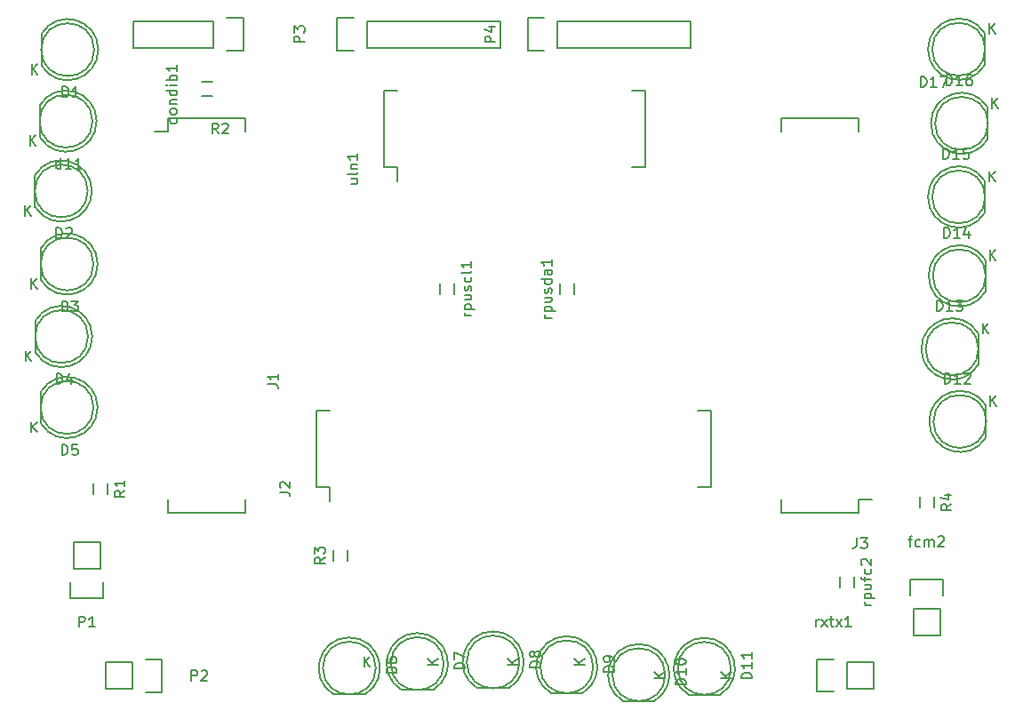
<source format=gto>
G04 #@! TF.FileFunction,Legend,Top*
%FSLAX46Y46*%
G04 Gerber Fmt 4.6, Leading zero omitted, Abs format (unit mm)*
G04 Created by KiCad (PCBNEW 4.0.2-stable) date 2016-07-18 1:59:09 PM*
%MOMM*%
G01*
G04 APERTURE LIST*
%ADD10C,0.050000*%
%ADD11C,0.150000*%
G04 APERTURE END LIST*
D10*
D11*
X112397381Y-32895000D02*
X104777381Y-32895000D01*
X112397381Y-35435000D02*
X104777381Y-35435000D01*
X115217381Y-35715000D02*
X113667381Y-35715000D01*
X104777381Y-32895000D02*
X104777381Y-35435000D01*
X112397381Y-35435000D02*
X112397381Y-32895000D01*
X113667381Y-32615000D02*
X115217381Y-32615000D01*
X115217381Y-32615000D02*
X115217381Y-35715000D01*
X96018112Y-37154905D02*
G75*
G03X96003000Y-34130001I2484888J1524904D01*
G01*
X96003000Y-37130001D02*
X96003000Y-34130001D01*
X101020936Y-35630001D02*
G75*
G03X101020936Y-35630001I-2517936J0D01*
G01*
X95408112Y-50614905D02*
G75*
G03X95393000Y-47590001I2484888J1524904D01*
G01*
X95393000Y-50590001D02*
X95393000Y-47590001D01*
X100410936Y-49090001D02*
G75*
G03X100410936Y-49090001I-2517936J0D01*
G01*
X95958112Y-57574905D02*
G75*
G03X95943000Y-54550001I2484888J1524904D01*
G01*
X95943000Y-57550001D02*
X95943000Y-54550001D01*
X100960936Y-56050001D02*
G75*
G03X100960936Y-56050001I-2517936J0D01*
G01*
X95438112Y-64484905D02*
G75*
G03X95423000Y-61460001I2484888J1524904D01*
G01*
X95423000Y-64460001D02*
X95423000Y-61460001D01*
X100440936Y-62960001D02*
G75*
G03X100440936Y-62960001I-2517936J0D01*
G01*
X95958112Y-71244905D02*
G75*
G03X95943000Y-68220001I2484888J1524904D01*
G01*
X95943000Y-71220001D02*
X95943000Y-68220001D01*
X100960936Y-69720001D02*
G75*
G03X100960936Y-69720001I-2517936J0D01*
G01*
X126859905Y-97026888D02*
G75*
G03X123835001Y-97042000I-1524904J2484888D01*
G01*
X126835001Y-97042000D02*
X123835001Y-97042000D01*
X127852937Y-94542000D02*
G75*
G03X127852937Y-94542000I-2517936J0D01*
G01*
X133339905Y-96606888D02*
G75*
G03X130315001Y-96622000I-1524904J2484888D01*
G01*
X133315001Y-96622000D02*
X130315001Y-96622000D01*
X134332937Y-94122000D02*
G75*
G03X134332937Y-94122000I-2517936J0D01*
G01*
X140559905Y-96446888D02*
G75*
G03X137535001Y-96462000I-1524904J2484888D01*
G01*
X140535001Y-96462000D02*
X137535001Y-96462000D01*
X141552937Y-93962000D02*
G75*
G03X141552937Y-93962000I-2517936J0D01*
G01*
X147569905Y-96906888D02*
G75*
G03X144545001Y-96922000I-1524904J2484888D01*
G01*
X147545001Y-96922000D02*
X144545001Y-96922000D01*
X148562937Y-94422000D02*
G75*
G03X148562937Y-94422000I-2517936J0D01*
G01*
X154429905Y-97656888D02*
G75*
G03X151405001Y-97672000I-1524904J2484888D01*
G01*
X154405001Y-97672000D02*
X151405001Y-97672000D01*
X155422937Y-95172000D02*
G75*
G03X155422937Y-95172000I-2517936J0D01*
G01*
X160679905Y-97056888D02*
G75*
G03X157655001Y-97072000I-1524904J2484888D01*
G01*
X160655001Y-97072000D02*
X157655001Y-97072000D01*
X161672937Y-94572000D02*
G75*
G03X161672937Y-94572000I-2517936J0D01*
G01*
X95858112Y-43964905D02*
G75*
G03X95843000Y-40940001I2484888J1524904D01*
G01*
X95843000Y-43940001D02*
X95843000Y-40940001D01*
X100860936Y-42440001D02*
G75*
G03X100860936Y-42440001I-2517936J0D01*
G01*
X185981888Y-69525095D02*
G75*
G03X185997000Y-72549999I-2484888J-1524904D01*
G01*
X185997000Y-69549999D02*
X185997000Y-72549999D01*
X186014936Y-71049999D02*
G75*
G03X186014936Y-71049999I-2517936J0D01*
G01*
X185231888Y-62615095D02*
G75*
G03X185247000Y-65639999I-2484888J-1524904D01*
G01*
X185247000Y-62639999D02*
X185247000Y-65639999D01*
X185264936Y-64139999D02*
G75*
G03X185264936Y-64139999I-2517936J0D01*
G01*
X185921888Y-55655095D02*
G75*
G03X185937000Y-58679999I-2484888J-1524904D01*
G01*
X185937000Y-55679999D02*
X185937000Y-58679999D01*
X185954936Y-57179999D02*
G75*
G03X185954936Y-57179999I-2517936J0D01*
G01*
X185861888Y-48135095D02*
G75*
G03X185877000Y-51159999I-2484888J-1524904D01*
G01*
X185877000Y-48159999D02*
X185877000Y-51159999D01*
X185894936Y-49659999D02*
G75*
G03X185894936Y-49659999I-2517936J0D01*
G01*
X186141888Y-41125095D02*
G75*
G03X186157000Y-44149999I-2484888J-1524904D01*
G01*
X186157000Y-41149999D02*
X186157000Y-44149999D01*
X186174936Y-42649999D02*
G75*
G03X186174936Y-42649999I-2517936J0D01*
G01*
X185861888Y-34065095D02*
G75*
G03X185877000Y-37089999I-2484888J-1524904D01*
G01*
X185877000Y-34089999D02*
X185877000Y-37089999D01*
X185894936Y-35589999D02*
G75*
G03X185894936Y-35589999I-2517936J0D01*
G01*
X181610000Y-88900000D02*
X181610000Y-91440000D01*
X181890000Y-86080000D02*
X181890000Y-87630000D01*
X181610000Y-88900000D02*
X179070000Y-88900000D01*
X178790000Y-87630000D02*
X178790000Y-86080000D01*
X178790000Y-86080000D02*
X181890000Y-86080000D01*
X179070000Y-88900000D02*
X179070000Y-91440000D01*
X179070000Y-91440000D02*
X181610000Y-91440000D01*
X108085000Y-42155000D02*
X108085000Y-43425000D01*
X115435000Y-42155000D02*
X115435000Y-43425000D01*
X115435000Y-79765000D02*
X115435000Y-78495000D01*
X108085000Y-79765000D02*
X108085000Y-78495000D01*
X108085000Y-42155000D02*
X115435000Y-42155000D01*
X108085000Y-79765000D02*
X115435000Y-79765000D01*
X108085000Y-43425000D02*
X106800000Y-43425000D01*
X122165000Y-77335000D02*
X123435000Y-77335000D01*
X122165000Y-69985000D02*
X123435000Y-69985000D01*
X159775000Y-69985000D02*
X158505000Y-69985000D01*
X159775000Y-77335000D02*
X158505000Y-77335000D01*
X122165000Y-77335000D02*
X122165000Y-69985000D01*
X159775000Y-77335000D02*
X159775000Y-69985000D01*
X123435000Y-77335000D02*
X123435000Y-78620000D01*
X173855000Y-79765000D02*
X173855000Y-78495000D01*
X166505000Y-79765000D02*
X166505000Y-78495000D01*
X166505000Y-42155000D02*
X166505000Y-43425000D01*
X173855000Y-42155000D02*
X173855000Y-43425000D01*
X173855000Y-79765000D02*
X166505000Y-79765000D01*
X173855000Y-42155000D02*
X166505000Y-42155000D01*
X173855000Y-78495000D02*
X175140000Y-78495000D01*
X99060000Y-85090000D02*
X99060000Y-82550000D01*
X98780000Y-87910000D02*
X98780000Y-86360000D01*
X99060000Y-85090000D02*
X101600000Y-85090000D01*
X101880000Y-86360000D02*
X101880000Y-87910000D01*
X101880000Y-87910000D02*
X98780000Y-87910000D01*
X101600000Y-85090000D02*
X101600000Y-82550000D01*
X101600000Y-82550000D02*
X99060000Y-82550000D01*
X104668333Y-96555000D02*
X102128333Y-96555000D01*
X107488333Y-96835000D02*
X105938333Y-96835000D01*
X104668333Y-96555000D02*
X104668333Y-94015000D01*
X105938333Y-93735000D02*
X107488333Y-93735000D01*
X107488333Y-93735000D02*
X107488333Y-96835000D01*
X104668333Y-94015000D02*
X102128333Y-94015000D01*
X102128333Y-94015000D02*
X102128333Y-96555000D01*
X126988333Y-32895000D02*
X139688333Y-32895000D01*
X139688333Y-32895000D02*
X139688333Y-35435000D01*
X139688333Y-35435000D02*
X126988333Y-35435000D01*
X124168333Y-32615000D02*
X125718333Y-32615000D01*
X126988333Y-32895000D02*
X126988333Y-35435000D01*
X125718333Y-35715000D02*
X124168333Y-35715000D01*
X124168333Y-35715000D02*
X124168333Y-32615000D01*
X145168333Y-32895000D02*
X157868333Y-32895000D01*
X157868333Y-32895000D02*
X157868333Y-35435000D01*
X157868333Y-35435000D02*
X145168333Y-35435000D01*
X142348333Y-32615000D02*
X143898333Y-32615000D01*
X145168333Y-32895000D02*
X145168333Y-35435000D01*
X143898333Y-35715000D02*
X142348333Y-35715000D01*
X142348333Y-35715000D02*
X142348333Y-32615000D01*
X100925000Y-77970000D02*
X100925000Y-76970000D01*
X102275000Y-76970000D02*
X102275000Y-77970000D01*
X111260000Y-38695000D02*
X112260000Y-38695000D01*
X112260000Y-40045000D02*
X111260000Y-40045000D01*
X125135000Y-83320000D02*
X125135000Y-84320000D01*
X123785000Y-84320000D02*
X123785000Y-83320000D01*
X179665000Y-79240000D02*
X179665000Y-78240000D01*
X181015000Y-78240000D02*
X181015000Y-79240000D01*
X172045000Y-86860000D02*
X172045000Y-85860000D01*
X173395000Y-85860000D02*
X173395000Y-86860000D01*
X133945000Y-58920000D02*
X133945000Y-57920000D01*
X135295000Y-57920000D02*
X135295000Y-58920000D01*
X146725000Y-57920000D02*
X146725000Y-58920000D01*
X145375000Y-58920000D02*
X145375000Y-57920000D01*
X169900000Y-96800000D02*
X171450000Y-96800000D01*
X175260000Y-96520000D02*
X172720000Y-96520000D01*
X172720000Y-96520000D02*
X172720000Y-93980000D01*
X171450000Y-93700000D02*
X169900000Y-93700000D01*
X169900000Y-93700000D02*
X169900000Y-96800000D01*
X172720000Y-93980000D02*
X175260000Y-93980000D01*
X175260000Y-93980000D02*
X175260000Y-96520000D01*
X128602857Y-46850000D02*
X129872857Y-46850000D01*
X128602857Y-39500000D02*
X129872857Y-39500000D01*
X153512857Y-39500000D02*
X152242857Y-39500000D01*
X153512857Y-46850000D02*
X152242857Y-46850000D01*
X128602857Y-46850000D02*
X128602857Y-39500000D01*
X153512857Y-46850000D02*
X153512857Y-39500000D01*
X129872857Y-46850000D02*
X129872857Y-48135000D01*
X108867143Y-42163333D02*
X108914762Y-42258571D01*
X108914762Y-42449048D01*
X108867143Y-42544286D01*
X108819524Y-42591905D01*
X108724286Y-42639524D01*
X108438571Y-42639524D01*
X108343333Y-42591905D01*
X108295714Y-42544286D01*
X108248095Y-42449048D01*
X108248095Y-42258571D01*
X108295714Y-42163333D01*
X108914762Y-41591905D02*
X108867143Y-41687143D01*
X108819524Y-41734762D01*
X108724286Y-41782381D01*
X108438571Y-41782381D01*
X108343333Y-41734762D01*
X108295714Y-41687143D01*
X108248095Y-41591905D01*
X108248095Y-41449047D01*
X108295714Y-41353809D01*
X108343333Y-41306190D01*
X108438571Y-41258571D01*
X108724286Y-41258571D01*
X108819524Y-41306190D01*
X108867143Y-41353809D01*
X108914762Y-41449047D01*
X108914762Y-41591905D01*
X108248095Y-40830000D02*
X108914762Y-40830000D01*
X108343333Y-40830000D02*
X108295714Y-40782381D01*
X108248095Y-40687143D01*
X108248095Y-40544285D01*
X108295714Y-40449047D01*
X108390952Y-40401428D01*
X108914762Y-40401428D01*
X108914762Y-39496666D02*
X107914762Y-39496666D01*
X108867143Y-39496666D02*
X108914762Y-39591904D01*
X108914762Y-39782381D01*
X108867143Y-39877619D01*
X108819524Y-39925238D01*
X108724286Y-39972857D01*
X108438571Y-39972857D01*
X108343333Y-39925238D01*
X108295714Y-39877619D01*
X108248095Y-39782381D01*
X108248095Y-39591904D01*
X108295714Y-39496666D01*
X108914762Y-39020476D02*
X108248095Y-39020476D01*
X107914762Y-39020476D02*
X107962381Y-39068095D01*
X108010000Y-39020476D01*
X107962381Y-38972857D01*
X107914762Y-39020476D01*
X108010000Y-39020476D01*
X108914762Y-38544286D02*
X107914762Y-38544286D01*
X108295714Y-38544286D02*
X108248095Y-38449048D01*
X108248095Y-38258571D01*
X108295714Y-38163333D01*
X108343333Y-38115714D01*
X108438571Y-38068095D01*
X108724286Y-38068095D01*
X108819524Y-38115714D01*
X108867143Y-38163333D01*
X108914762Y-38258571D01*
X108914762Y-38449048D01*
X108867143Y-38544286D01*
X108914762Y-37115714D02*
X108914762Y-37687143D01*
X108914762Y-37401429D02*
X107914762Y-37401429D01*
X108057619Y-37496667D01*
X108152857Y-37591905D01*
X108200476Y-37687143D01*
X98018905Y-40146382D02*
X98018905Y-39146382D01*
X98257000Y-39146382D01*
X98399858Y-39194001D01*
X98495096Y-39289239D01*
X98542715Y-39384477D01*
X98590334Y-39574953D01*
X98590334Y-39717811D01*
X98542715Y-39908287D01*
X98495096Y-40003525D01*
X98399858Y-40098763D01*
X98257000Y-40146382D01*
X98018905Y-40146382D01*
X99542715Y-40146382D02*
X98971286Y-40146382D01*
X99257000Y-40146382D02*
X99257000Y-39146382D01*
X99161762Y-39289239D01*
X99066524Y-39384477D01*
X98971286Y-39432096D01*
X95066095Y-37987382D02*
X95066095Y-36987382D01*
X95637524Y-37987382D02*
X95208952Y-37415953D01*
X95637524Y-36987382D02*
X95066095Y-37558811D01*
X97408905Y-53606382D02*
X97408905Y-52606382D01*
X97647000Y-52606382D01*
X97789858Y-52654001D01*
X97885096Y-52749239D01*
X97932715Y-52844477D01*
X97980334Y-53034953D01*
X97980334Y-53177811D01*
X97932715Y-53368287D01*
X97885096Y-53463525D01*
X97789858Y-53558763D01*
X97647000Y-53606382D01*
X97408905Y-53606382D01*
X98361286Y-52701620D02*
X98408905Y-52654001D01*
X98504143Y-52606382D01*
X98742239Y-52606382D01*
X98837477Y-52654001D01*
X98885096Y-52701620D01*
X98932715Y-52796858D01*
X98932715Y-52892096D01*
X98885096Y-53034953D01*
X98313667Y-53606382D01*
X98932715Y-53606382D01*
X94456095Y-51447382D02*
X94456095Y-50447382D01*
X95027524Y-51447382D02*
X94598952Y-50875953D01*
X95027524Y-50447382D02*
X94456095Y-51018811D01*
X97958905Y-60566382D02*
X97958905Y-59566382D01*
X98197000Y-59566382D01*
X98339858Y-59614001D01*
X98435096Y-59709239D01*
X98482715Y-59804477D01*
X98530334Y-59994953D01*
X98530334Y-60137811D01*
X98482715Y-60328287D01*
X98435096Y-60423525D01*
X98339858Y-60518763D01*
X98197000Y-60566382D01*
X97958905Y-60566382D01*
X98863667Y-59566382D02*
X99482715Y-59566382D01*
X99149381Y-59947334D01*
X99292239Y-59947334D01*
X99387477Y-59994953D01*
X99435096Y-60042572D01*
X99482715Y-60137811D01*
X99482715Y-60375906D01*
X99435096Y-60471144D01*
X99387477Y-60518763D01*
X99292239Y-60566382D01*
X99006524Y-60566382D01*
X98911286Y-60518763D01*
X98863667Y-60471144D01*
X95006095Y-58407382D02*
X95006095Y-57407382D01*
X95577524Y-58407382D02*
X95148952Y-57835953D01*
X95577524Y-57407382D02*
X95006095Y-57978811D01*
X97438905Y-67476382D02*
X97438905Y-66476382D01*
X97677000Y-66476382D01*
X97819858Y-66524001D01*
X97915096Y-66619239D01*
X97962715Y-66714477D01*
X98010334Y-66904953D01*
X98010334Y-67047811D01*
X97962715Y-67238287D01*
X97915096Y-67333525D01*
X97819858Y-67428763D01*
X97677000Y-67476382D01*
X97438905Y-67476382D01*
X98867477Y-66809715D02*
X98867477Y-67476382D01*
X98629381Y-66428763D02*
X98391286Y-67143049D01*
X99010334Y-67143049D01*
X94486095Y-65317382D02*
X94486095Y-64317382D01*
X95057524Y-65317382D02*
X94628952Y-64745953D01*
X95057524Y-64317382D02*
X94486095Y-64888811D01*
X97958905Y-74236382D02*
X97958905Y-73236382D01*
X98197000Y-73236382D01*
X98339858Y-73284001D01*
X98435096Y-73379239D01*
X98482715Y-73474477D01*
X98530334Y-73664953D01*
X98530334Y-73807811D01*
X98482715Y-73998287D01*
X98435096Y-74093525D01*
X98339858Y-74188763D01*
X98197000Y-74236382D01*
X97958905Y-74236382D01*
X99435096Y-73236382D02*
X98958905Y-73236382D01*
X98911286Y-73712572D01*
X98958905Y-73664953D01*
X99054143Y-73617334D01*
X99292239Y-73617334D01*
X99387477Y-73664953D01*
X99435096Y-73712572D01*
X99482715Y-73807811D01*
X99482715Y-74045906D01*
X99435096Y-74141144D01*
X99387477Y-74188763D01*
X99292239Y-74236382D01*
X99054143Y-74236382D01*
X98958905Y-74188763D01*
X98911286Y-74141144D01*
X95006095Y-72077382D02*
X95006095Y-71077382D01*
X95577524Y-72077382D02*
X95148952Y-71505953D01*
X95577524Y-71077382D02*
X95006095Y-71648811D01*
X129851382Y-95026095D02*
X128851382Y-95026095D01*
X128851382Y-94788000D01*
X128899001Y-94645142D01*
X128994239Y-94549904D01*
X129089477Y-94502285D01*
X129279953Y-94454666D01*
X129422811Y-94454666D01*
X129613287Y-94502285D01*
X129708525Y-94549904D01*
X129803763Y-94645142D01*
X129851382Y-94788000D01*
X129851382Y-95026095D01*
X128851382Y-93597523D02*
X128851382Y-93788000D01*
X128899001Y-93883238D01*
X128946620Y-93930857D01*
X129089477Y-94026095D01*
X129279953Y-94073714D01*
X129660906Y-94073714D01*
X129756144Y-94026095D01*
X129803763Y-93978476D01*
X129851382Y-93883238D01*
X129851382Y-93692761D01*
X129803763Y-93597523D01*
X129756144Y-93549904D01*
X129660906Y-93502285D01*
X129422811Y-93502285D01*
X129327572Y-93549904D01*
X129279953Y-93597523D01*
X129232334Y-93692761D01*
X129232334Y-93883238D01*
X129279953Y-93978476D01*
X129327572Y-94026095D01*
X129422811Y-94073714D01*
X126738095Y-94432381D02*
X126738095Y-93432381D01*
X127309524Y-94432381D02*
X126880952Y-93860952D01*
X127309524Y-93432381D02*
X126738095Y-94003810D01*
X136331382Y-94606095D02*
X135331382Y-94606095D01*
X135331382Y-94368000D01*
X135379001Y-94225142D01*
X135474239Y-94129904D01*
X135569477Y-94082285D01*
X135759953Y-94034666D01*
X135902811Y-94034666D01*
X136093287Y-94082285D01*
X136188525Y-94129904D01*
X136283763Y-94225142D01*
X136331382Y-94368000D01*
X136331382Y-94606095D01*
X135331382Y-93701333D02*
X135331382Y-93034666D01*
X136331382Y-93463238D01*
X133802381Y-94241905D02*
X132802381Y-94241905D01*
X133802381Y-93670476D02*
X133230952Y-94099048D01*
X132802381Y-93670476D02*
X133373810Y-94241905D01*
X143551382Y-94446095D02*
X142551382Y-94446095D01*
X142551382Y-94208000D01*
X142599001Y-94065142D01*
X142694239Y-93969904D01*
X142789477Y-93922285D01*
X142979953Y-93874666D01*
X143122811Y-93874666D01*
X143313287Y-93922285D01*
X143408525Y-93969904D01*
X143503763Y-94065142D01*
X143551382Y-94208000D01*
X143551382Y-94446095D01*
X142979953Y-93303238D02*
X142932334Y-93398476D01*
X142884715Y-93446095D01*
X142789477Y-93493714D01*
X142741858Y-93493714D01*
X142646620Y-93446095D01*
X142599001Y-93398476D01*
X142551382Y-93303238D01*
X142551382Y-93112761D01*
X142599001Y-93017523D01*
X142646620Y-92969904D01*
X142741858Y-92922285D01*
X142789477Y-92922285D01*
X142884715Y-92969904D01*
X142932334Y-93017523D01*
X142979953Y-93112761D01*
X142979953Y-93303238D01*
X143027572Y-93398476D01*
X143075191Y-93446095D01*
X143170430Y-93493714D01*
X143360906Y-93493714D01*
X143456144Y-93446095D01*
X143503763Y-93398476D01*
X143551382Y-93303238D01*
X143551382Y-93112761D01*
X143503763Y-93017523D01*
X143456144Y-92969904D01*
X143360906Y-92922285D01*
X143170430Y-92922285D01*
X143075191Y-92969904D01*
X143027572Y-93017523D01*
X142979953Y-93112761D01*
X141422381Y-94241905D02*
X140422381Y-94241905D01*
X141422381Y-93670476D02*
X140850952Y-94099048D01*
X140422381Y-93670476D02*
X140993810Y-94241905D01*
X150561382Y-94906095D02*
X149561382Y-94906095D01*
X149561382Y-94668000D01*
X149609001Y-94525142D01*
X149704239Y-94429904D01*
X149799477Y-94382285D01*
X149989953Y-94334666D01*
X150132811Y-94334666D01*
X150323287Y-94382285D01*
X150418525Y-94429904D01*
X150513763Y-94525142D01*
X150561382Y-94668000D01*
X150561382Y-94906095D01*
X150561382Y-93858476D02*
X150561382Y-93668000D01*
X150513763Y-93572761D01*
X150466144Y-93525142D01*
X150323287Y-93429904D01*
X150132811Y-93382285D01*
X149751858Y-93382285D01*
X149656620Y-93429904D01*
X149609001Y-93477523D01*
X149561382Y-93572761D01*
X149561382Y-93763238D01*
X149609001Y-93858476D01*
X149656620Y-93906095D01*
X149751858Y-93953714D01*
X149989953Y-93953714D01*
X150085191Y-93906095D01*
X150132811Y-93858476D01*
X150180430Y-93763238D01*
X150180430Y-93572761D01*
X150132811Y-93477523D01*
X150085191Y-93429904D01*
X149989953Y-93382285D01*
X147772381Y-94241905D02*
X146772381Y-94241905D01*
X147772381Y-93670476D02*
X147200952Y-94099048D01*
X146772381Y-93670476D02*
X147343810Y-94241905D01*
X157421382Y-96132286D02*
X156421382Y-96132286D01*
X156421382Y-95894191D01*
X156469001Y-95751333D01*
X156564239Y-95656095D01*
X156659477Y-95608476D01*
X156849953Y-95560857D01*
X156992811Y-95560857D01*
X157183287Y-95608476D01*
X157278525Y-95656095D01*
X157373763Y-95751333D01*
X157421382Y-95894191D01*
X157421382Y-96132286D01*
X157421382Y-94608476D02*
X157421382Y-95179905D01*
X157421382Y-94894191D02*
X156421382Y-94894191D01*
X156564239Y-94989429D01*
X156659477Y-95084667D01*
X156707096Y-95179905D01*
X156421382Y-93989429D02*
X156421382Y-93894190D01*
X156469001Y-93798952D01*
X156516620Y-93751333D01*
X156611858Y-93703714D01*
X156802334Y-93656095D01*
X157040430Y-93656095D01*
X157230906Y-93703714D01*
X157326144Y-93751333D01*
X157373763Y-93798952D01*
X157421382Y-93894190D01*
X157421382Y-93989429D01*
X157373763Y-94084667D01*
X157326144Y-94132286D01*
X157230906Y-94179905D01*
X157040430Y-94227524D01*
X156802334Y-94227524D01*
X156611858Y-94179905D01*
X156516620Y-94132286D01*
X156469001Y-94084667D01*
X156421382Y-93989429D01*
X155392381Y-95511905D02*
X154392381Y-95511905D01*
X155392381Y-94940476D02*
X154820952Y-95369048D01*
X154392381Y-94940476D02*
X154963810Y-95511905D01*
X163671382Y-95532286D02*
X162671382Y-95532286D01*
X162671382Y-95294191D01*
X162719001Y-95151333D01*
X162814239Y-95056095D01*
X162909477Y-95008476D01*
X163099953Y-94960857D01*
X163242811Y-94960857D01*
X163433287Y-95008476D01*
X163528525Y-95056095D01*
X163623763Y-95151333D01*
X163671382Y-95294191D01*
X163671382Y-95532286D01*
X163671382Y-94008476D02*
X163671382Y-94579905D01*
X163671382Y-94294191D02*
X162671382Y-94294191D01*
X162814239Y-94389429D01*
X162909477Y-94484667D01*
X162957096Y-94579905D01*
X163671382Y-93056095D02*
X163671382Y-93627524D01*
X163671382Y-93341810D02*
X162671382Y-93341810D01*
X162814239Y-93437048D01*
X162909477Y-93532286D01*
X162957096Y-93627524D01*
X161742381Y-95511905D02*
X160742381Y-95511905D01*
X161742381Y-94940476D02*
X161170952Y-95369048D01*
X160742381Y-94940476D02*
X161313810Y-95511905D01*
X97858905Y-46956382D02*
X97858905Y-45956382D01*
X97858905Y-46908763D02*
X97763667Y-46956382D01*
X97573190Y-46956382D01*
X97477952Y-46908763D01*
X97430333Y-46861144D01*
X97382714Y-46765906D01*
X97382714Y-46480191D01*
X97430333Y-46384953D01*
X97477952Y-46337334D01*
X97573190Y-46289715D01*
X97763667Y-46289715D01*
X97858905Y-46337334D01*
X98858905Y-46956382D02*
X98287476Y-46956382D01*
X98573190Y-46956382D02*
X98573190Y-45956382D01*
X98477952Y-46099239D01*
X98382714Y-46194477D01*
X98287476Y-46242096D01*
X99811286Y-46956382D02*
X99239857Y-46956382D01*
X99525571Y-46956382D02*
X99525571Y-45956382D01*
X99430333Y-46099239D01*
X99335095Y-46194477D01*
X99239857Y-46242096D01*
X94906095Y-44797382D02*
X94906095Y-43797382D01*
X95477524Y-44797382D02*
X95048952Y-44225953D01*
X95477524Y-43797382D02*
X94906095Y-44368811D01*
X182028714Y-67438380D02*
X182028714Y-66438380D01*
X182266809Y-66438380D01*
X182409667Y-66485999D01*
X182504905Y-66581237D01*
X182552524Y-66676475D01*
X182600143Y-66866951D01*
X182600143Y-67009809D01*
X182552524Y-67200285D01*
X182504905Y-67295523D01*
X182409667Y-67390761D01*
X182266809Y-67438380D01*
X182028714Y-67438380D01*
X183552524Y-67438380D02*
X182981095Y-67438380D01*
X183266809Y-67438380D02*
X183266809Y-66438380D01*
X183171571Y-66581237D01*
X183076333Y-66676475D01*
X182981095Y-66724094D01*
X183933476Y-66533618D02*
X183981095Y-66485999D01*
X184076333Y-66438380D01*
X184314429Y-66438380D01*
X184409667Y-66485999D01*
X184457286Y-66533618D01*
X184504905Y-66628856D01*
X184504905Y-66724094D01*
X184457286Y-66866951D01*
X183885857Y-67438380D01*
X184504905Y-67438380D01*
X186410095Y-69597380D02*
X186410095Y-68597380D01*
X186981524Y-69597380D02*
X186552952Y-69025951D01*
X186981524Y-68597380D02*
X186410095Y-69168809D01*
X181278714Y-60528380D02*
X181278714Y-59528380D01*
X181516809Y-59528380D01*
X181659667Y-59575999D01*
X181754905Y-59671237D01*
X181802524Y-59766475D01*
X181850143Y-59956951D01*
X181850143Y-60099809D01*
X181802524Y-60290285D01*
X181754905Y-60385523D01*
X181659667Y-60480761D01*
X181516809Y-60528380D01*
X181278714Y-60528380D01*
X182802524Y-60528380D02*
X182231095Y-60528380D01*
X182516809Y-60528380D02*
X182516809Y-59528380D01*
X182421571Y-59671237D01*
X182326333Y-59766475D01*
X182231095Y-59814094D01*
X183135857Y-59528380D02*
X183754905Y-59528380D01*
X183421571Y-59909332D01*
X183564429Y-59909332D01*
X183659667Y-59956951D01*
X183707286Y-60004570D01*
X183754905Y-60099809D01*
X183754905Y-60337904D01*
X183707286Y-60433142D01*
X183659667Y-60480761D01*
X183564429Y-60528380D01*
X183278714Y-60528380D01*
X183183476Y-60480761D01*
X183135857Y-60433142D01*
X185660095Y-62687380D02*
X185660095Y-61687380D01*
X186231524Y-62687380D02*
X185802952Y-62115951D01*
X186231524Y-61687380D02*
X185660095Y-62258809D01*
X181968714Y-53568380D02*
X181968714Y-52568380D01*
X182206809Y-52568380D01*
X182349667Y-52615999D01*
X182444905Y-52711237D01*
X182492524Y-52806475D01*
X182540143Y-52996951D01*
X182540143Y-53139809D01*
X182492524Y-53330285D01*
X182444905Y-53425523D01*
X182349667Y-53520761D01*
X182206809Y-53568380D01*
X181968714Y-53568380D01*
X183492524Y-53568380D02*
X182921095Y-53568380D01*
X183206809Y-53568380D02*
X183206809Y-52568380D01*
X183111571Y-52711237D01*
X183016333Y-52806475D01*
X182921095Y-52854094D01*
X184349667Y-52901713D02*
X184349667Y-53568380D01*
X184111571Y-52520761D02*
X183873476Y-53235047D01*
X184492524Y-53235047D01*
X186350095Y-55727380D02*
X186350095Y-54727380D01*
X186921524Y-55727380D02*
X186492952Y-55155951D01*
X186921524Y-54727380D02*
X186350095Y-55298809D01*
X181908714Y-46048380D02*
X181908714Y-45048380D01*
X182146809Y-45048380D01*
X182289667Y-45095999D01*
X182384905Y-45191237D01*
X182432524Y-45286475D01*
X182480143Y-45476951D01*
X182480143Y-45619809D01*
X182432524Y-45810285D01*
X182384905Y-45905523D01*
X182289667Y-46000761D01*
X182146809Y-46048380D01*
X181908714Y-46048380D01*
X183432524Y-46048380D02*
X182861095Y-46048380D01*
X183146809Y-46048380D02*
X183146809Y-45048380D01*
X183051571Y-45191237D01*
X182956333Y-45286475D01*
X182861095Y-45334094D01*
X184337286Y-45048380D02*
X183861095Y-45048380D01*
X183813476Y-45524570D01*
X183861095Y-45476951D01*
X183956333Y-45429332D01*
X184194429Y-45429332D01*
X184289667Y-45476951D01*
X184337286Y-45524570D01*
X184384905Y-45619809D01*
X184384905Y-45857904D01*
X184337286Y-45953142D01*
X184289667Y-46000761D01*
X184194429Y-46048380D01*
X183956333Y-46048380D01*
X183861095Y-46000761D01*
X183813476Y-45953142D01*
X186290095Y-48207380D02*
X186290095Y-47207380D01*
X186861524Y-48207380D02*
X186432952Y-47635951D01*
X186861524Y-47207380D02*
X186290095Y-47778809D01*
X182188714Y-39038380D02*
X182188714Y-38038380D01*
X182426809Y-38038380D01*
X182569667Y-38085999D01*
X182664905Y-38181237D01*
X182712524Y-38276475D01*
X182760143Y-38466951D01*
X182760143Y-38609809D01*
X182712524Y-38800285D01*
X182664905Y-38895523D01*
X182569667Y-38990761D01*
X182426809Y-39038380D01*
X182188714Y-39038380D01*
X183712524Y-39038380D02*
X183141095Y-39038380D01*
X183426809Y-39038380D02*
X183426809Y-38038380D01*
X183331571Y-38181237D01*
X183236333Y-38276475D01*
X183141095Y-38324094D01*
X184569667Y-38038380D02*
X184379190Y-38038380D01*
X184283952Y-38085999D01*
X184236333Y-38133618D01*
X184141095Y-38276475D01*
X184093476Y-38466951D01*
X184093476Y-38847904D01*
X184141095Y-38943142D01*
X184188714Y-38990761D01*
X184283952Y-39038380D01*
X184474429Y-39038380D01*
X184569667Y-38990761D01*
X184617286Y-38943142D01*
X184664905Y-38847904D01*
X184664905Y-38609809D01*
X184617286Y-38514570D01*
X184569667Y-38466951D01*
X184474429Y-38419332D01*
X184283952Y-38419332D01*
X184188714Y-38466951D01*
X184141095Y-38514570D01*
X184093476Y-38609809D01*
X186570095Y-41197380D02*
X186570095Y-40197380D01*
X187141524Y-41197380D02*
X186712952Y-40625951D01*
X187141524Y-40197380D02*
X186570095Y-40768809D01*
X179760714Y-39187381D02*
X179760714Y-38187381D01*
X179998809Y-38187381D01*
X180141667Y-38235000D01*
X180236905Y-38330238D01*
X180284524Y-38425476D01*
X180332143Y-38615952D01*
X180332143Y-38758810D01*
X180284524Y-38949286D01*
X180236905Y-39044524D01*
X180141667Y-39139762D01*
X179998809Y-39187381D01*
X179760714Y-39187381D01*
X181284524Y-39187381D02*
X180713095Y-39187381D01*
X180998809Y-39187381D02*
X180998809Y-38187381D01*
X180903571Y-38330238D01*
X180808333Y-38425476D01*
X180713095Y-38473095D01*
X181617857Y-38187381D02*
X182284524Y-38187381D01*
X181855952Y-39187381D01*
X186290095Y-34137380D02*
X186290095Y-33137380D01*
X186861524Y-34137380D02*
X186432952Y-33565951D01*
X186861524Y-33137380D02*
X186290095Y-33708809D01*
X178578095Y-82315714D02*
X178959047Y-82315714D01*
X178720952Y-82982381D02*
X178720952Y-82125238D01*
X178768571Y-82030000D01*
X178863809Y-81982381D01*
X178959047Y-81982381D01*
X179720953Y-82934762D02*
X179625715Y-82982381D01*
X179435238Y-82982381D01*
X179340000Y-82934762D01*
X179292381Y-82887143D01*
X179244762Y-82791905D01*
X179244762Y-82506190D01*
X179292381Y-82410952D01*
X179340000Y-82363333D01*
X179435238Y-82315714D01*
X179625715Y-82315714D01*
X179720953Y-82363333D01*
X180149524Y-82982381D02*
X180149524Y-82315714D01*
X180149524Y-82410952D02*
X180197143Y-82363333D01*
X180292381Y-82315714D01*
X180435239Y-82315714D01*
X180530477Y-82363333D01*
X180578096Y-82458571D01*
X180578096Y-82982381D01*
X180578096Y-82458571D02*
X180625715Y-82363333D01*
X180720953Y-82315714D01*
X180863810Y-82315714D01*
X180959048Y-82363333D01*
X181006667Y-82458571D01*
X181006667Y-82982381D01*
X181435238Y-82077619D02*
X181482857Y-82030000D01*
X181578095Y-81982381D01*
X181816191Y-81982381D01*
X181911429Y-82030000D01*
X181959048Y-82077619D01*
X182006667Y-82172857D01*
X182006667Y-82268095D01*
X181959048Y-82410952D01*
X181387619Y-82982381D01*
X182006667Y-82982381D01*
X117557381Y-67503571D02*
X118271667Y-67503571D01*
X118414524Y-67551191D01*
X118509762Y-67646429D01*
X118557381Y-67789286D01*
X118557381Y-67884524D01*
X118557381Y-66503571D02*
X118557381Y-67075000D01*
X118557381Y-66789286D02*
X117557381Y-66789286D01*
X117700238Y-66884524D01*
X117795476Y-66979762D01*
X117843095Y-67075000D01*
X118692381Y-77803333D02*
X119406667Y-77803333D01*
X119549524Y-77850953D01*
X119644762Y-77946191D01*
X119692381Y-78089048D01*
X119692381Y-78184286D01*
X118787619Y-77374762D02*
X118740000Y-77327143D01*
X118692381Y-77231905D01*
X118692381Y-76993809D01*
X118740000Y-76898571D01*
X118787619Y-76850952D01*
X118882857Y-76803333D01*
X118978095Y-76803333D01*
X119120952Y-76850952D01*
X119692381Y-77422381D01*
X119692381Y-76803333D01*
X173656667Y-82142381D02*
X173656667Y-82856667D01*
X173609047Y-82999524D01*
X173513809Y-83094762D01*
X173370952Y-83142381D01*
X173275714Y-83142381D01*
X174037619Y-82142381D02*
X174656667Y-82142381D01*
X174323333Y-82523333D01*
X174466191Y-82523333D01*
X174561429Y-82570952D01*
X174609048Y-82618571D01*
X174656667Y-82713810D01*
X174656667Y-82951905D01*
X174609048Y-83047143D01*
X174561429Y-83094762D01*
X174466191Y-83142381D01*
X174180476Y-83142381D01*
X174085238Y-83094762D01*
X174037619Y-83047143D01*
X99591905Y-90622381D02*
X99591905Y-89622381D01*
X99972858Y-89622381D01*
X100068096Y-89670000D01*
X100115715Y-89717619D01*
X100163334Y-89812857D01*
X100163334Y-89955714D01*
X100115715Y-90050952D01*
X100068096Y-90098571D01*
X99972858Y-90146190D01*
X99591905Y-90146190D01*
X101115715Y-90622381D02*
X100544286Y-90622381D01*
X100830000Y-90622381D02*
X100830000Y-89622381D01*
X100734762Y-89765238D01*
X100639524Y-89860476D01*
X100544286Y-89908095D01*
X110300238Y-95737381D02*
X110300238Y-94737381D01*
X110681191Y-94737381D01*
X110776429Y-94785000D01*
X110824048Y-94832619D01*
X110871667Y-94927857D01*
X110871667Y-95070714D01*
X110824048Y-95165952D01*
X110776429Y-95213571D01*
X110681191Y-95261190D01*
X110300238Y-95261190D01*
X111252619Y-94832619D02*
X111300238Y-94785000D01*
X111395476Y-94737381D01*
X111633572Y-94737381D01*
X111728810Y-94785000D01*
X111776429Y-94832619D01*
X111824048Y-94927857D01*
X111824048Y-95023095D01*
X111776429Y-95165952D01*
X111205000Y-95737381D01*
X111824048Y-95737381D01*
X121070714Y-34903095D02*
X120070714Y-34903095D01*
X120070714Y-34522142D01*
X120118333Y-34426904D01*
X120165952Y-34379285D01*
X120261190Y-34331666D01*
X120404047Y-34331666D01*
X120499285Y-34379285D01*
X120546904Y-34426904D01*
X120594523Y-34522142D01*
X120594523Y-34903095D01*
X120070714Y-33998333D02*
X120070714Y-33379285D01*
X120451666Y-33712619D01*
X120451666Y-33569761D01*
X120499285Y-33474523D01*
X120546904Y-33426904D01*
X120642143Y-33379285D01*
X120880238Y-33379285D01*
X120975476Y-33426904D01*
X121023095Y-33474523D01*
X121070714Y-33569761D01*
X121070714Y-33855476D01*
X121023095Y-33950714D01*
X120975476Y-33998333D01*
X139250714Y-34903095D02*
X138250714Y-34903095D01*
X138250714Y-34522142D01*
X138298333Y-34426904D01*
X138345952Y-34379285D01*
X138441190Y-34331666D01*
X138584047Y-34331666D01*
X138679285Y-34379285D01*
X138726904Y-34426904D01*
X138774523Y-34522142D01*
X138774523Y-34903095D01*
X138584047Y-33474523D02*
X139250714Y-33474523D01*
X138203095Y-33712619D02*
X138917381Y-33950714D01*
X138917381Y-33331666D01*
X103952381Y-77636666D02*
X103476190Y-77970000D01*
X103952381Y-78208095D02*
X102952381Y-78208095D01*
X102952381Y-77827142D01*
X103000000Y-77731904D01*
X103047619Y-77684285D01*
X103142857Y-77636666D01*
X103285714Y-77636666D01*
X103380952Y-77684285D01*
X103428571Y-77731904D01*
X103476190Y-77827142D01*
X103476190Y-78208095D01*
X103952381Y-76684285D02*
X103952381Y-77255714D01*
X103952381Y-76970000D02*
X102952381Y-76970000D01*
X103095238Y-77065238D01*
X103190476Y-77160476D01*
X103238095Y-77255714D01*
X112863334Y-43632381D02*
X112530000Y-43156190D01*
X112291905Y-43632381D02*
X112291905Y-42632381D01*
X112672858Y-42632381D01*
X112768096Y-42680000D01*
X112815715Y-42727619D01*
X112863334Y-42822857D01*
X112863334Y-42965714D01*
X112815715Y-43060952D01*
X112768096Y-43108571D01*
X112672858Y-43156190D01*
X112291905Y-43156190D01*
X113244286Y-42727619D02*
X113291905Y-42680000D01*
X113387143Y-42632381D01*
X113625239Y-42632381D01*
X113720477Y-42680000D01*
X113768096Y-42727619D01*
X113815715Y-42822857D01*
X113815715Y-42918095D01*
X113768096Y-43060952D01*
X113196667Y-43632381D01*
X113815715Y-43632381D01*
X123012381Y-83986666D02*
X122536190Y-84320000D01*
X123012381Y-84558095D02*
X122012381Y-84558095D01*
X122012381Y-84177142D01*
X122060000Y-84081904D01*
X122107619Y-84034285D01*
X122202857Y-83986666D01*
X122345714Y-83986666D01*
X122440952Y-84034285D01*
X122488571Y-84081904D01*
X122536190Y-84177142D01*
X122536190Y-84558095D01*
X122012381Y-83653333D02*
X122012381Y-83034285D01*
X122393333Y-83367619D01*
X122393333Y-83224761D01*
X122440952Y-83129523D01*
X122488571Y-83081904D01*
X122583810Y-83034285D01*
X122821905Y-83034285D01*
X122917143Y-83081904D01*
X122964762Y-83129523D01*
X123012381Y-83224761D01*
X123012381Y-83510476D01*
X122964762Y-83605714D01*
X122917143Y-83653333D01*
X182692381Y-78906666D02*
X182216190Y-79240000D01*
X182692381Y-79478095D02*
X181692381Y-79478095D01*
X181692381Y-79097142D01*
X181740000Y-79001904D01*
X181787619Y-78954285D01*
X181882857Y-78906666D01*
X182025714Y-78906666D01*
X182120952Y-78954285D01*
X182168571Y-79001904D01*
X182216190Y-79097142D01*
X182216190Y-79478095D01*
X182025714Y-78049523D02*
X182692381Y-78049523D01*
X181644762Y-78287619D02*
X182359048Y-78525714D01*
X182359048Y-77906666D01*
X175072381Y-88526667D02*
X174405714Y-88526667D01*
X174596190Y-88526667D02*
X174500952Y-88479048D01*
X174453333Y-88431429D01*
X174405714Y-88336191D01*
X174405714Y-88240952D01*
X174405714Y-87907619D02*
X175405714Y-87907619D01*
X174453333Y-87907619D02*
X174405714Y-87812381D01*
X174405714Y-87621904D01*
X174453333Y-87526666D01*
X174500952Y-87479047D01*
X174596190Y-87431428D01*
X174881905Y-87431428D01*
X174977143Y-87479047D01*
X175024762Y-87526666D01*
X175072381Y-87621904D01*
X175072381Y-87812381D01*
X175024762Y-87907619D01*
X174405714Y-86574285D02*
X175072381Y-86574285D01*
X174405714Y-87002857D02*
X174929524Y-87002857D01*
X175024762Y-86955238D01*
X175072381Y-86860000D01*
X175072381Y-86717142D01*
X175024762Y-86621904D01*
X174977143Y-86574285D01*
X174405714Y-86240952D02*
X174405714Y-85860000D01*
X175072381Y-86098095D02*
X174215238Y-86098095D01*
X174120000Y-86050476D01*
X174072381Y-85955238D01*
X174072381Y-85860000D01*
X175024762Y-85098094D02*
X175072381Y-85193332D01*
X175072381Y-85383809D01*
X175024762Y-85479047D01*
X174977143Y-85526666D01*
X174881905Y-85574285D01*
X174596190Y-85574285D01*
X174500952Y-85526666D01*
X174453333Y-85479047D01*
X174405714Y-85383809D01*
X174405714Y-85193332D01*
X174453333Y-85098094D01*
X174167619Y-84717142D02*
X174120000Y-84669523D01*
X174072381Y-84574285D01*
X174072381Y-84336189D01*
X174120000Y-84240951D01*
X174167619Y-84193332D01*
X174262857Y-84145713D01*
X174358095Y-84145713D01*
X174500952Y-84193332D01*
X175072381Y-84764761D01*
X175072381Y-84145713D01*
X136972381Y-60967620D02*
X136305714Y-60967620D01*
X136496190Y-60967620D02*
X136400952Y-60920001D01*
X136353333Y-60872382D01*
X136305714Y-60777144D01*
X136305714Y-60681905D01*
X136305714Y-60348572D02*
X137305714Y-60348572D01*
X136353333Y-60348572D02*
X136305714Y-60253334D01*
X136305714Y-60062857D01*
X136353333Y-59967619D01*
X136400952Y-59920000D01*
X136496190Y-59872381D01*
X136781905Y-59872381D01*
X136877143Y-59920000D01*
X136924762Y-59967619D01*
X136972381Y-60062857D01*
X136972381Y-60253334D01*
X136924762Y-60348572D01*
X136305714Y-59015238D02*
X136972381Y-59015238D01*
X136305714Y-59443810D02*
X136829524Y-59443810D01*
X136924762Y-59396191D01*
X136972381Y-59300953D01*
X136972381Y-59158095D01*
X136924762Y-59062857D01*
X136877143Y-59015238D01*
X136924762Y-58586667D02*
X136972381Y-58491429D01*
X136972381Y-58300953D01*
X136924762Y-58205714D01*
X136829524Y-58158095D01*
X136781905Y-58158095D01*
X136686667Y-58205714D01*
X136639048Y-58300953D01*
X136639048Y-58443810D01*
X136591429Y-58539048D01*
X136496190Y-58586667D01*
X136448571Y-58586667D01*
X136353333Y-58539048D01*
X136305714Y-58443810D01*
X136305714Y-58300953D01*
X136353333Y-58205714D01*
X136924762Y-57300952D02*
X136972381Y-57396190D01*
X136972381Y-57586667D01*
X136924762Y-57681905D01*
X136877143Y-57729524D01*
X136781905Y-57777143D01*
X136496190Y-57777143D01*
X136400952Y-57729524D01*
X136353333Y-57681905D01*
X136305714Y-57586667D01*
X136305714Y-57396190D01*
X136353333Y-57300952D01*
X136972381Y-56729524D02*
X136924762Y-56824762D01*
X136829524Y-56872381D01*
X135972381Y-56872381D01*
X136972381Y-55824761D02*
X136972381Y-56396190D01*
X136972381Y-56110476D02*
X135972381Y-56110476D01*
X136115238Y-56205714D01*
X136210476Y-56300952D01*
X136258095Y-56396190D01*
X144602381Y-61181905D02*
X143935714Y-61181905D01*
X144126190Y-61181905D02*
X144030952Y-61134286D01*
X143983333Y-61086667D01*
X143935714Y-60991429D01*
X143935714Y-60896190D01*
X143935714Y-60562857D02*
X144935714Y-60562857D01*
X143983333Y-60562857D02*
X143935714Y-60467619D01*
X143935714Y-60277142D01*
X143983333Y-60181904D01*
X144030952Y-60134285D01*
X144126190Y-60086666D01*
X144411905Y-60086666D01*
X144507143Y-60134285D01*
X144554762Y-60181904D01*
X144602381Y-60277142D01*
X144602381Y-60467619D01*
X144554762Y-60562857D01*
X143935714Y-59229523D02*
X144602381Y-59229523D01*
X143935714Y-59658095D02*
X144459524Y-59658095D01*
X144554762Y-59610476D01*
X144602381Y-59515238D01*
X144602381Y-59372380D01*
X144554762Y-59277142D01*
X144507143Y-59229523D01*
X144554762Y-58800952D02*
X144602381Y-58705714D01*
X144602381Y-58515238D01*
X144554762Y-58419999D01*
X144459524Y-58372380D01*
X144411905Y-58372380D01*
X144316667Y-58419999D01*
X144269048Y-58515238D01*
X144269048Y-58658095D01*
X144221429Y-58753333D01*
X144126190Y-58800952D01*
X144078571Y-58800952D01*
X143983333Y-58753333D01*
X143935714Y-58658095D01*
X143935714Y-58515238D01*
X143983333Y-58419999D01*
X144602381Y-57515237D02*
X143602381Y-57515237D01*
X144554762Y-57515237D02*
X144602381Y-57610475D01*
X144602381Y-57800952D01*
X144554762Y-57896190D01*
X144507143Y-57943809D01*
X144411905Y-57991428D01*
X144126190Y-57991428D01*
X144030952Y-57943809D01*
X143983333Y-57896190D01*
X143935714Y-57800952D01*
X143935714Y-57610475D01*
X143983333Y-57515237D01*
X144602381Y-56610475D02*
X144078571Y-56610475D01*
X143983333Y-56658094D01*
X143935714Y-56753332D01*
X143935714Y-56943809D01*
X143983333Y-57039047D01*
X144554762Y-56610475D02*
X144602381Y-56705713D01*
X144602381Y-56943809D01*
X144554762Y-57039047D01*
X144459524Y-57086666D01*
X144364286Y-57086666D01*
X144269048Y-57039047D01*
X144221429Y-56943809D01*
X144221429Y-56705713D01*
X144173810Y-56610475D01*
X144602381Y-55610475D02*
X144602381Y-56181904D01*
X144602381Y-55896190D02*
X143602381Y-55896190D01*
X143745238Y-55991428D01*
X143840476Y-56086666D01*
X143888095Y-56181904D01*
X169807142Y-90602381D02*
X169807142Y-89935714D01*
X169807142Y-90126190D02*
X169854761Y-90030952D01*
X169902380Y-89983333D01*
X169997618Y-89935714D01*
X170092857Y-89935714D01*
X170330952Y-90602381D02*
X170854762Y-89935714D01*
X170330952Y-89935714D02*
X170854762Y-90602381D01*
X171092857Y-89935714D02*
X171473809Y-89935714D01*
X171235714Y-89602381D02*
X171235714Y-90459524D01*
X171283333Y-90554762D01*
X171378571Y-90602381D01*
X171473809Y-90602381D01*
X171711905Y-90602381D02*
X172235715Y-89935714D01*
X171711905Y-89935714D02*
X172235715Y-90602381D01*
X173140477Y-90602381D02*
X172569048Y-90602381D01*
X172854762Y-90602381D02*
X172854762Y-89602381D01*
X172759524Y-89745238D01*
X172664286Y-89840476D01*
X172569048Y-89888095D01*
X125463571Y-47961190D02*
X126130238Y-47961190D01*
X125463571Y-48389762D02*
X125987381Y-48389762D01*
X126082619Y-48342143D01*
X126130238Y-48246905D01*
X126130238Y-48104047D01*
X126082619Y-48008809D01*
X126035000Y-47961190D01*
X126130238Y-47342143D02*
X126082619Y-47437381D01*
X125987381Y-47485000D01*
X125130238Y-47485000D01*
X125463571Y-46961190D02*
X126130238Y-46961190D01*
X125558809Y-46961190D02*
X125511190Y-46913571D01*
X125463571Y-46818333D01*
X125463571Y-46675475D01*
X125511190Y-46580237D01*
X125606428Y-46532618D01*
X126130238Y-46532618D01*
X126130238Y-45532618D02*
X126130238Y-46104047D01*
X126130238Y-45818333D02*
X125130238Y-45818333D01*
X125273095Y-45913571D01*
X125368333Y-46008809D01*
X125415952Y-46104047D01*
M02*

</source>
